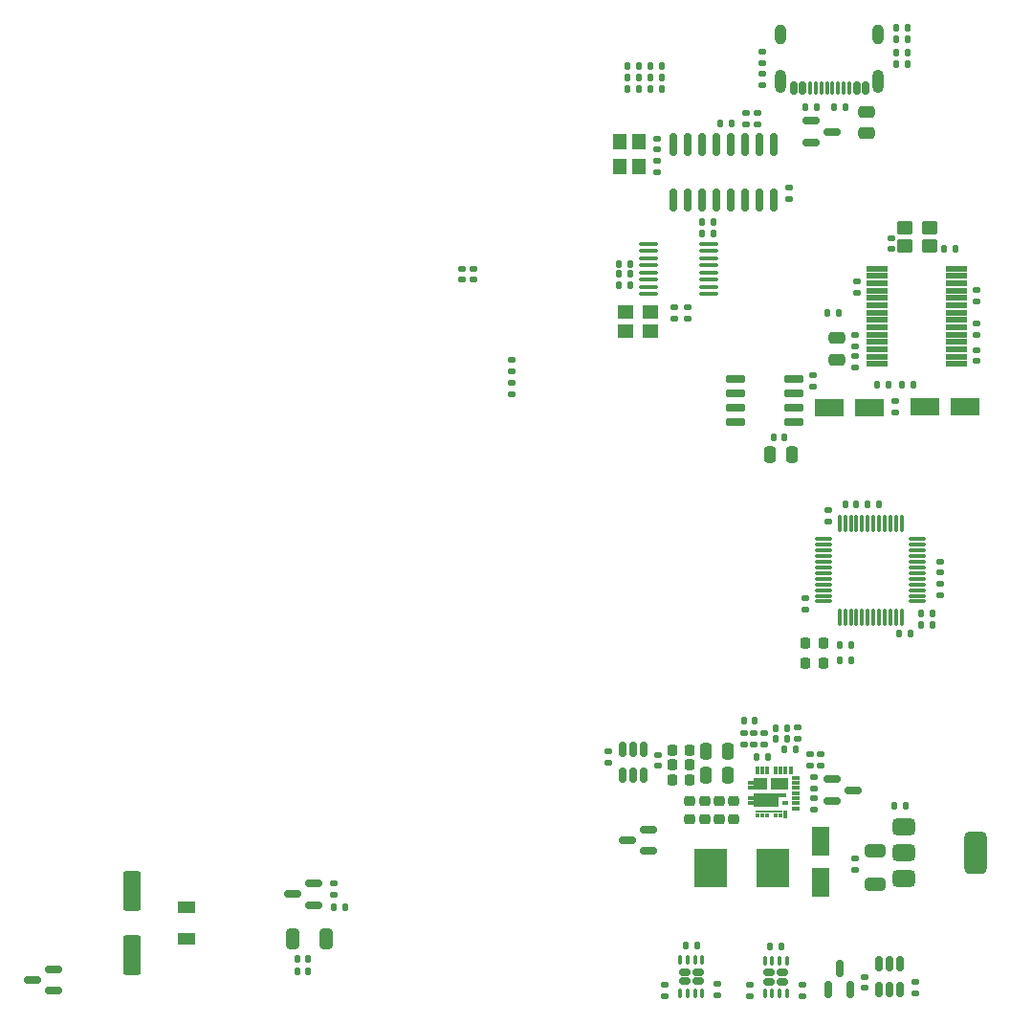
<source format=gbr>
%TF.GenerationSoftware,KiCad,Pcbnew,8.0.4*%
%TF.CreationDate,2025-02-22T00:29:03+01:00*%
%TF.ProjectId,OrangePie,4f72616e-6765-4506-9965-2e6b69636164,1.0.0*%
%TF.SameCoordinates,Original*%
%TF.FileFunction,Paste,Top*%
%TF.FilePolarity,Positive*%
%FSLAX46Y46*%
G04 Gerber Fmt 4.6, Leading zero omitted, Abs format (unit mm)*
G04 Created by KiCad (PCBNEW 8.0.4) date 2025-02-22 00:29:03*
%MOMM*%
%LPD*%
G01*
G04 APERTURE LIST*
G04 Aperture macros list*
%AMRoundRect*
0 Rectangle with rounded corners*
0 $1 Rounding radius*
0 $2 $3 $4 $5 $6 $7 $8 $9 X,Y pos of 4 corners*
0 Add a 4 corners polygon primitive as box body*
4,1,4,$2,$3,$4,$5,$6,$7,$8,$9,$2,$3,0*
0 Add four circle primitives for the rounded corners*
1,1,$1+$1,$2,$3*
1,1,$1+$1,$4,$5*
1,1,$1+$1,$6,$7*
1,1,$1+$1,$8,$9*
0 Add four rect primitives between the rounded corners*
20,1,$1+$1,$2,$3,$4,$5,0*
20,1,$1+$1,$4,$5,$6,$7,0*
20,1,$1+$1,$6,$7,$8,$9,0*
20,1,$1+$1,$8,$9,$2,$3,0*%
G04 Aperture macros list end*
%ADD10RoundRect,0.140000X-0.170000X0.140000X-0.170000X-0.140000X0.170000X-0.140000X0.170000X0.140000X0*%
%ADD11RoundRect,0.140000X-0.140000X-0.170000X0.140000X-0.170000X0.140000X0.170000X-0.140000X0.170000X0*%
%ADD12RoundRect,0.140000X0.170000X-0.140000X0.170000X0.140000X-0.170000X0.140000X-0.170000X-0.140000X0*%
%ADD13RoundRect,0.225000X0.250000X-0.225000X0.250000X0.225000X-0.250000X0.225000X-0.250000X-0.225000X0*%
%ADD14RoundRect,0.250000X0.450000X0.350000X-0.450000X0.350000X-0.450000X-0.350000X0.450000X-0.350000X0*%
%ADD15RoundRect,0.140000X0.140000X0.170000X-0.140000X0.170000X-0.140000X-0.170000X0.140000X-0.170000X0*%
%ADD16RoundRect,0.150000X0.150000X-0.587500X0.150000X0.587500X-0.150000X0.587500X-0.150000X-0.587500X0*%
%ADD17RoundRect,0.160000X-0.325000X0.160000X-0.325000X-0.160000X0.325000X-0.160000X0.325000X0.160000X0*%
%ADD18RoundRect,0.075000X-0.075000X0.350000X-0.075000X-0.350000X0.075000X-0.350000X0.075000X0.350000X0*%
%ADD19RoundRect,0.150000X0.150000X-0.512500X0.150000X0.512500X-0.150000X0.512500X-0.150000X-0.512500X0*%
%ADD20R,1.200000X1.400000*%
%ADD21RoundRect,0.220000X0.220000X0.255000X-0.220000X0.255000X-0.220000X-0.255000X0.220000X-0.255000X0*%
%ADD22RoundRect,0.225000X-0.225000X-0.250000X0.225000X-0.250000X0.225000X0.250000X-0.225000X0.250000X0*%
%ADD23RoundRect,0.060000X-0.890000X-0.180000X0.890000X-0.180000X0.890000X0.180000X-0.890000X0.180000X0*%
%ADD24RoundRect,0.150000X-0.590000X-0.150000X0.590000X-0.150000X0.590000X0.150000X-0.590000X0.150000X0*%
%ADD25RoundRect,0.150000X0.587500X0.150000X-0.587500X0.150000X-0.587500X-0.150000X0.587500X-0.150000X0*%
%ADD26RoundRect,0.135000X0.185000X-0.135000X0.185000X0.135000X-0.185000X0.135000X-0.185000X-0.135000X0*%
%ADD27RoundRect,0.150000X-0.150000X0.512500X-0.150000X-0.512500X0.150000X-0.512500X0.150000X0.512500X0*%
%ADD28RoundRect,0.250000X0.550000X-1.500000X0.550000X1.500000X-0.550000X1.500000X-0.550000X-1.500000X0*%
%ADD29RoundRect,0.250000X0.475000X-0.250000X0.475000X0.250000X-0.475000X0.250000X-0.475000X-0.250000X0*%
%ADD30RoundRect,0.150000X-0.150000X0.825000X-0.150000X-0.825000X0.150000X-0.825000X0.150000X0.825000X0*%
%ADD31RoundRect,0.250000X0.550000X-1.050000X0.550000X1.050000X-0.550000X1.050000X-0.550000X-1.050000X0*%
%ADD32RoundRect,0.250000X0.250000X0.475000X-0.250000X0.475000X-0.250000X-0.475000X0.250000X-0.475000X0*%
%ADD33R,0.550000X0.300000*%
%ADD34R,0.300000X0.450000*%
%ADD35R,2.350000X0.280000*%
%ADD36R,0.300000X0.730000*%
%ADD37R,0.725000X0.300000*%
%ADD38R,0.300000X0.725000*%
%ADD39R,1.575000X1.050000*%
%ADD40R,1.150000X1.050000*%
%ADD41R,2.175000X1.200000*%
%ADD42R,0.650000X0.455000*%
%ADD43R,0.580000X0.380000*%
%ADD44RoundRect,0.075000X0.662500X0.075000X-0.662500X0.075000X-0.662500X-0.075000X0.662500X-0.075000X0*%
%ADD45RoundRect,0.075000X0.075000X0.662500X-0.075000X0.662500X-0.075000X-0.662500X0.075000X-0.662500X0*%
%ADD46RoundRect,0.250000X0.550000X-0.300000X0.550000X0.300000X-0.550000X0.300000X-0.550000X-0.300000X0*%
%ADD47RoundRect,0.150000X-0.587500X-0.150000X0.587500X-0.150000X0.587500X0.150000X-0.587500X0.150000X0*%
%ADD48RoundRect,0.135000X0.135000X0.185000X-0.135000X0.185000X-0.135000X-0.185000X0.135000X-0.185000X0*%
%ADD49RoundRect,0.250000X0.650000X-0.325000X0.650000X0.325000X-0.650000X0.325000X-0.650000X-0.325000X0*%
%ADD50RoundRect,0.250000X1.050000X0.550000X-1.050000X0.550000X-1.050000X-0.550000X1.050000X-0.550000X0*%
%ADD51R,2.950000X3.500000*%
%ADD52RoundRect,0.250000X-0.325000X-0.650000X0.325000X-0.650000X0.325000X0.650000X-0.325000X0.650000X0*%
%ADD53RoundRect,0.250000X-0.250000X-0.475000X0.250000X-0.475000X0.250000X0.475000X-0.250000X0.475000X0*%
%ADD54RoundRect,0.150000X0.725000X0.150000X-0.725000X0.150000X-0.725000X-0.150000X0.725000X-0.150000X0*%
%ADD55RoundRect,0.150000X0.150000X0.425000X-0.150000X0.425000X-0.150000X-0.425000X0.150000X-0.425000X0*%
%ADD56RoundRect,0.075000X0.075000X0.500000X-0.075000X0.500000X-0.075000X-0.500000X0.075000X-0.500000X0*%
%ADD57O,1.000000X2.100000*%
%ADD58O,1.000000X1.800000*%
%ADD59R,1.400000X1.200000*%
%ADD60RoundRect,0.250000X-0.475000X0.250000X-0.475000X-0.250000X0.475000X-0.250000X0.475000X0.250000X0*%
%ADD61RoundRect,0.375000X-0.625000X-0.375000X0.625000X-0.375000X0.625000X0.375000X-0.625000X0.375000X0*%
%ADD62RoundRect,0.500000X-0.500000X-1.400000X0.500000X-1.400000X0.500000X1.400000X-0.500000X1.400000X0*%
%ADD63RoundRect,0.100000X0.712500X0.100000X-0.712500X0.100000X-0.712500X-0.100000X0.712500X-0.100000X0*%
G04 APERTURE END LIST*
D10*
%TO.C,R45*%
X80800000Y-61900000D03*
X80800000Y-62900000D03*
%TD*%
%TO.C,R44*%
X81800000Y-61900000D03*
X81800000Y-62900000D03*
%TD*%
D11*
%TO.C,R43*%
X102100000Y-57800000D03*
X103100000Y-57800000D03*
%TD*%
%TO.C,R42*%
X102100000Y-58800000D03*
X103100000Y-58800000D03*
%TD*%
D12*
%TO.C,R15*%
X99600000Y-66300000D03*
X99600000Y-65300000D03*
%TD*%
%TO.C,R14*%
X100800000Y-66300000D03*
X100800000Y-65300000D03*
%TD*%
%TO.C,R32*%
X106675000Y-103975000D03*
X106675000Y-102975000D03*
%TD*%
D13*
%TO.C,C12*%
X103600000Y-110600000D03*
X103600000Y-109040000D03*
%TD*%
D10*
%TO.C,R26*%
X69487500Y-116300000D03*
X69487500Y-117300000D03*
%TD*%
D12*
%TO.C,R21*%
X106000000Y-49140000D03*
X106000000Y-48140000D03*
%TD*%
D14*
%TO.C,X1*%
X122250000Y-58325000D03*
X120050000Y-58325000D03*
X120050000Y-59925000D03*
X122250000Y-59925000D03*
%TD*%
D12*
%TO.C,R5*%
X107400000Y-45700000D03*
X107400000Y-44700000D03*
%TD*%
D10*
%TO.C,C27*%
X116469602Y-124602500D03*
X116469602Y-125562500D03*
%TD*%
%TO.C,R33*%
X107400000Y-42700000D03*
X107400000Y-43700000D03*
%TD*%
D11*
%TO.C,R36*%
X108575000Y-102575000D03*
X109575000Y-102575000D03*
%TD*%
D12*
%TO.C,C25*%
X123200000Y-88790000D03*
X123200000Y-87830000D03*
%TD*%
D15*
%TO.C,C16*%
X96500000Y-46000000D03*
X95500000Y-46000000D03*
%TD*%
D11*
%TO.C,R19*%
X113200000Y-65800000D03*
X114200000Y-65800000D03*
%TD*%
D10*
%TO.C,C34*%
X126350000Y-63832200D03*
X126350000Y-64832200D03*
%TD*%
%TO.C,R22*%
X115777641Y-63016489D03*
X115777641Y-64016489D03*
%TD*%
D16*
%TO.C,Q1*%
X113286128Y-125700000D03*
X115186128Y-125700000D03*
X114236128Y-123825000D03*
%TD*%
D17*
%TO.C,U7*%
X101725000Y-124150000D03*
X100525000Y-124150000D03*
X101725000Y-124950000D03*
X100525000Y-124950000D03*
D18*
X102100000Y-123100000D03*
X101450000Y-123100000D03*
X100800000Y-123100000D03*
X100150000Y-123100000D03*
X100150000Y-126000000D03*
X100800000Y-126000000D03*
X101450000Y-126000000D03*
X102100000Y-126000000D03*
%TD*%
D10*
%TO.C,C18*%
X113250000Y-83262500D03*
X113250000Y-84262500D03*
%TD*%
D11*
%TO.C,R30*%
X111200000Y-47600000D03*
X112200000Y-47600000D03*
%TD*%
D19*
%TO.C,U5*%
X117736128Y-125657500D03*
X118686128Y-125657500D03*
X119636128Y-125657500D03*
X119636128Y-123382500D03*
X118686128Y-123382500D03*
X117736128Y-123382500D03*
%TD*%
D12*
%TO.C,R12*%
X93800000Y-105600000D03*
X93800000Y-104600000D03*
%TD*%
D10*
%TO.C,R13*%
X120936128Y-125000000D03*
X120936128Y-126000000D03*
%TD*%
D12*
%TO.C,R40*%
X85200000Y-73000000D03*
X85200000Y-72000000D03*
%TD*%
D20*
%TO.C,Y2*%
X94770000Y-50690000D03*
X94770000Y-52890000D03*
X96470000Y-52890000D03*
X96470000Y-50690000D03*
%TD*%
D11*
%TO.C,R27*%
X119300000Y-42800000D03*
X120300000Y-42800000D03*
%TD*%
D12*
%TO.C,C59*%
X115650000Y-115100000D03*
X115650000Y-114100000D03*
%TD*%
D21*
%TO.C,D3*%
X112800000Y-96800000D03*
X111220000Y-96800000D03*
%TD*%
D15*
%TO.C,C36*%
X109400000Y-76800000D03*
X108400000Y-76800000D03*
%TD*%
D22*
%TO.C,C62*%
X99420000Y-105825000D03*
X100980000Y-105825000D03*
%TD*%
D15*
%TO.C,R4*%
X109575000Y-103475000D03*
X108575000Y-103475000D03*
%TD*%
D23*
%TO.C,U9*%
X117600000Y-61900000D03*
X117600000Y-62550000D03*
X117600000Y-63200000D03*
X117600000Y-63850000D03*
X117600000Y-64500000D03*
X117600000Y-65150000D03*
X117600000Y-65800000D03*
X117600000Y-66450000D03*
X117600000Y-67100000D03*
X117600000Y-67750000D03*
X117600000Y-68400000D03*
X117600000Y-69050000D03*
X117600000Y-69700000D03*
X117600000Y-70350000D03*
X124610000Y-70350000D03*
X124610000Y-69700000D03*
X124610000Y-69050000D03*
X124610000Y-68400000D03*
X124610000Y-67750000D03*
X124610000Y-67100000D03*
X124610000Y-66450000D03*
X124610000Y-65800000D03*
X124610000Y-65150000D03*
X124610000Y-64500000D03*
X124610000Y-63850000D03*
X124610000Y-63200000D03*
X124610000Y-62550000D03*
X124610000Y-61900000D03*
%TD*%
D10*
%TO.C,R1*%
X107575000Y-102975000D03*
X107575000Y-103975000D03*
%TD*%
D15*
%TO.C,C7*%
X107900000Y-105075000D03*
X106900000Y-105075000D03*
%TD*%
D11*
%TO.C,R39*%
X95500000Y-45000000D03*
X96500000Y-45000000D03*
%TD*%
D24*
%TO.C,Q5*%
X113600000Y-107100000D03*
X113600000Y-109000000D03*
X115480000Y-108050000D03*
%TD*%
D25*
%TO.C,Q4*%
X67737500Y-118200000D03*
X67737500Y-116300000D03*
X65862500Y-117250000D03*
%TD*%
D10*
%TO.C,R6*%
X112000000Y-106875000D03*
X112000000Y-107875000D03*
%TD*%
D11*
%TO.C,R16*%
X117600000Y-72160000D03*
X118600000Y-72160000D03*
%TD*%
D15*
%TO.C,C28*%
X101625000Y-121828183D03*
X100625000Y-121828183D03*
%TD*%
D26*
%TO.C,R9*%
X123200000Y-90810000D03*
X123200000Y-89790000D03*
%TD*%
D27*
%TO.C,U4*%
X96925000Y-104425000D03*
X95975000Y-104425000D03*
X95025000Y-104425000D03*
X95025000Y-106700000D03*
X95975000Y-106700000D03*
X96925000Y-106700000D03*
%TD*%
D12*
%TO.C,R18*%
X119200000Y-74660000D03*
X119200000Y-73660000D03*
%TD*%
%TO.C,C22*%
X111250000Y-92050000D03*
X111250000Y-91050000D03*
%TD*%
D28*
%TO.C,C50*%
X51650000Y-122600000D03*
X51650000Y-117000000D03*
%TD*%
D13*
%TO.C,C13*%
X102300000Y-110600000D03*
X102300000Y-109040000D03*
%TD*%
D15*
%TO.C,C19*%
X115750000Y-82762500D03*
X114750000Y-82762500D03*
%TD*%
%TO.C,C52*%
X104700000Y-49040000D03*
X103700000Y-49040000D03*
%TD*%
D12*
%TO.C,C14*%
X110575000Y-103475000D03*
X110575000Y-102475000D03*
%TD*%
D10*
%TO.C,R3*%
X111675000Y-104875000D03*
X111675000Y-105875000D03*
%TD*%
D11*
%TO.C,R24*%
X66225000Y-122950000D03*
X67225000Y-122950000D03*
%TD*%
D15*
%TO.C,C30*%
X109100000Y-121880900D03*
X108100000Y-121880900D03*
%TD*%
D12*
%TO.C,R41*%
X85200000Y-71000000D03*
X85200000Y-70000000D03*
%TD*%
%TO.C,C44*%
X118800000Y-60200000D03*
X118800000Y-59200000D03*
%TD*%
%TO.C,C29*%
X98800000Y-126300000D03*
X98800000Y-125300000D03*
%TD*%
D10*
%TO.C,C35*%
X115600000Y-69660000D03*
X115600000Y-70660000D03*
%TD*%
D29*
%TO.C,C33*%
X114000000Y-69950000D03*
X114000000Y-68050000D03*
%TD*%
D12*
%TO.C,R35*%
X103400000Y-126200000D03*
X103400000Y-125200000D03*
%TD*%
D11*
%TO.C,R23*%
X66225000Y-124100000D03*
X67225000Y-124100000D03*
%TD*%
D25*
%TO.C,Q2*%
X97312500Y-113450000D03*
X97312500Y-111550000D03*
X95437500Y-112500000D03*
%TD*%
D30*
%TO.C,U11*%
X108420000Y-50890000D03*
X107150000Y-50890000D03*
X105880000Y-50890000D03*
X104610000Y-50890000D03*
X103340000Y-50890000D03*
X102070000Y-50890000D03*
X100800000Y-50890000D03*
X99530000Y-50890000D03*
X99530000Y-55840000D03*
X100800000Y-55840000D03*
X102070000Y-55840000D03*
X103340000Y-55840000D03*
X104610000Y-55840000D03*
X105880000Y-55840000D03*
X107150000Y-55840000D03*
X108420000Y-55840000D03*
%TD*%
D11*
%TO.C,C20*%
X116750000Y-82762500D03*
X117750000Y-82762500D03*
%TD*%
D15*
%TO.C,R29*%
X114800000Y-47600000D03*
X113800000Y-47600000D03*
%TD*%
D31*
%TO.C,C1*%
X112600000Y-116200000D03*
X112600000Y-112600000D03*
%TD*%
D32*
%TO.C,C57*%
X104350000Y-104600000D03*
X102450000Y-104600000D03*
%TD*%
D33*
%TO.C,U2*%
X106425000Y-107400000D03*
X106425000Y-107850000D03*
X106425000Y-108750000D03*
X106425000Y-109200000D03*
D34*
X106975000Y-110300000D03*
X107425000Y-110300000D03*
X107875000Y-110300000D03*
X108575000Y-110300000D03*
X109025000Y-110300000D03*
D35*
X108000000Y-109935000D03*
D36*
X109475000Y-110160000D03*
D37*
X110387500Y-109650000D03*
X110387500Y-109200000D03*
X110387500Y-108750000D03*
X110387500Y-108300000D03*
X110387500Y-107850000D03*
X110387500Y-107400000D03*
X110387500Y-106950000D03*
D38*
X109925000Y-106287500D03*
X109475000Y-106287500D03*
X109025000Y-106287500D03*
X108575000Y-106287500D03*
X107875000Y-106287500D03*
X107425000Y-106287500D03*
X106975000Y-106287500D03*
D39*
X108937500Y-107475000D03*
D40*
X107275000Y-107475000D03*
D41*
X107787500Y-108900000D03*
D42*
X109200000Y-108527500D03*
D43*
X109435000Y-109215000D03*
%TD*%
D25*
%TO.C,U14*%
X44675000Y-125800000D03*
X44675000Y-123900000D03*
X42800000Y-124850000D03*
%TD*%
D10*
%TO.C,C53*%
X98070000Y-52410000D03*
X98070000Y-53370000D03*
%TD*%
D11*
%TO.C,C23*%
X121500000Y-93400000D03*
X122500000Y-93400000D03*
%TD*%
D17*
%TO.C,U6*%
X109200000Y-124193400D03*
X108000000Y-124193400D03*
X109200000Y-124993400D03*
X108000000Y-124993400D03*
D18*
X109575000Y-123143400D03*
X108925000Y-123143400D03*
X108275000Y-123143400D03*
X107625000Y-123143400D03*
X107625000Y-126043400D03*
X108275000Y-126043400D03*
X108925000Y-126043400D03*
X109575000Y-126043400D03*
%TD*%
D12*
%TO.C,C31*%
X106343270Y-126300000D03*
X106343270Y-125300000D03*
%TD*%
D32*
%TO.C,C10*%
X104350000Y-106725000D03*
X102450000Y-106725000D03*
%TD*%
D11*
%TO.C,C24*%
X121500000Y-92400000D03*
X122500000Y-92400000D03*
%TD*%
D12*
%TO.C,C38*%
X126350000Y-70100000D03*
X126350000Y-69100000D03*
%TD*%
D15*
%TO.C,C60*%
X98500000Y-46000000D03*
X97500000Y-46000000D03*
%TD*%
D11*
%TO.C,R7*%
X109400000Y-104475000D03*
X110400000Y-104475000D03*
%TD*%
D21*
%TO.C,D1*%
X112800000Y-95000000D03*
X111220000Y-95000000D03*
%TD*%
D12*
%TO.C,C15*%
X112000000Y-109772000D03*
X112000000Y-108772000D03*
%TD*%
D15*
%TO.C,C17*%
X120100000Y-109400000D03*
X119100000Y-109400000D03*
%TD*%
%TO.C,C43*%
X124495000Y-60125000D03*
X123495000Y-60125000D03*
%TD*%
D22*
%TO.C,C61*%
X99420000Y-104525000D03*
X100980000Y-104525000D03*
%TD*%
D10*
%TO.C,C42*%
X111925000Y-71360000D03*
X111925000Y-72360000D03*
%TD*%
D15*
%TO.C,R25*%
X70487500Y-118400000D03*
X69487500Y-118400000D03*
%TD*%
D44*
%TO.C,U3*%
X121162500Y-91350000D03*
X121162500Y-90850000D03*
X121162500Y-90350000D03*
X121162500Y-89850000D03*
X121162500Y-89350000D03*
X121162500Y-88850000D03*
X121162500Y-88350000D03*
X121162500Y-87850000D03*
X121162500Y-87350000D03*
X121162500Y-86850000D03*
X121162500Y-86350000D03*
X121162500Y-85850000D03*
D45*
X119750000Y-84437500D03*
X119250000Y-84437500D03*
X118750000Y-84437500D03*
X118250000Y-84437500D03*
X117750000Y-84437500D03*
X117250000Y-84437500D03*
X116750000Y-84437500D03*
X116250000Y-84437500D03*
X115750000Y-84437500D03*
X115250000Y-84437500D03*
X114750000Y-84437500D03*
X114250000Y-84437500D03*
D44*
X112837500Y-85850000D03*
X112837500Y-86350000D03*
X112837500Y-86850000D03*
X112837500Y-87350000D03*
X112837500Y-87850000D03*
X112837500Y-88350000D03*
X112837500Y-88850000D03*
X112837500Y-89350000D03*
X112837500Y-89850000D03*
X112837500Y-90350000D03*
X112837500Y-90850000D03*
X112837500Y-91350000D03*
D45*
X114250000Y-92762500D03*
X114750000Y-92762500D03*
X115250000Y-92762500D03*
X115750000Y-92762500D03*
X116250000Y-92762500D03*
X116750000Y-92762500D03*
X117250000Y-92762500D03*
X117750000Y-92762500D03*
X118250000Y-92762500D03*
X118750000Y-92762500D03*
X119250000Y-92762500D03*
X119750000Y-92762500D03*
%TD*%
D46*
%TO.C,D4*%
X56450000Y-121200000D03*
X56450000Y-118400000D03*
%TD*%
D47*
%TO.C,U1*%
X111725000Y-48850000D03*
X111725000Y-50750000D03*
X113600000Y-49800000D03*
%TD*%
D15*
%TO.C,C47*%
X95700000Y-61500000D03*
X94700000Y-61500000D03*
%TD*%
D10*
%TO.C,C32*%
X115600000Y-67810000D03*
X115600000Y-68810000D03*
%TD*%
D48*
%TO.C,R11*%
X115280000Y-96600000D03*
X114260000Y-96600000D03*
%TD*%
D49*
%TO.C,C6*%
X117400000Y-116360000D03*
X117400000Y-113400000D03*
%TD*%
D12*
%TO.C,R2*%
X112575000Y-105875000D03*
X112575000Y-104875000D03*
%TD*%
D50*
%TO.C,C2*%
X116905000Y-74210000D03*
X113305000Y-74210000D03*
%TD*%
D11*
%TO.C,R31*%
X119300000Y-40600000D03*
X120300000Y-40600000D03*
%TD*%
D15*
%TO.C,C9*%
X106775000Y-101875000D03*
X105775000Y-101875000D03*
%TD*%
D51*
%TO.C,L2*%
X108325000Y-114900000D03*
X102875000Y-114900000D03*
%TD*%
D15*
%TO.C,C45*%
X95700000Y-63400000D03*
X94700000Y-63400000D03*
%TD*%
D11*
%TO.C,C55*%
X119300000Y-41600000D03*
X120300000Y-41600000D03*
%TD*%
D52*
%TO.C,C49*%
X65820000Y-121200000D03*
X68780000Y-121200000D03*
%TD*%
D53*
%TO.C,C37*%
X108100000Y-78400000D03*
X110000000Y-78400000D03*
%TD*%
D54*
%TO.C,U8*%
X110175000Y-75505000D03*
X110175000Y-74235000D03*
X110175000Y-72965000D03*
X110175000Y-71695000D03*
X105025000Y-71695000D03*
X105025000Y-72965000D03*
X105025000Y-74235000D03*
X105025000Y-75505000D03*
%TD*%
D12*
%TO.C,C51*%
X109800000Y-55740000D03*
X109800000Y-54740000D03*
%TD*%
D55*
%TO.C,J5*%
X116578401Y-45955997D03*
X115778401Y-45955997D03*
D56*
X114628401Y-45955997D03*
X113628401Y-45955997D03*
X113128401Y-45955997D03*
X112128401Y-45955997D03*
D55*
X110978401Y-45955997D03*
X110178401Y-45955997D03*
X110178401Y-45955997D03*
X110978401Y-45955997D03*
D56*
X111628401Y-45955997D03*
X112628401Y-45955997D03*
X114128401Y-45955997D03*
X115128401Y-45955997D03*
D55*
X115778401Y-45955997D03*
X116578401Y-45955997D03*
D57*
X117698401Y-45380997D03*
D58*
X117698401Y-41200997D03*
D57*
X109058401Y-45380997D03*
D58*
X109058401Y-41200997D03*
%TD*%
D50*
%TO.C,C41*%
X125400000Y-74160000D03*
X121800000Y-74160000D03*
%TD*%
D13*
%TO.C,C8*%
X104900000Y-110600000D03*
X104900000Y-109040000D03*
%TD*%
D59*
%TO.C,Y1*%
X97500000Y-65750000D03*
X95300000Y-65750000D03*
X95300000Y-67450000D03*
X97500000Y-67450000D03*
%TD*%
D12*
%TO.C,C11*%
X105775000Y-103975000D03*
X105775000Y-102975000D03*
%TD*%
D15*
%TO.C,C46*%
X95700000Y-62400000D03*
X94700000Y-62400000D03*
%TD*%
%TO.C,C21*%
X120500000Y-94200000D03*
X119500000Y-94200000D03*
%TD*%
D13*
%TO.C,C58*%
X101000000Y-110600000D03*
X101000000Y-109040000D03*
%TD*%
D60*
%TO.C,C56*%
X116600000Y-48050000D03*
X116600000Y-49950000D03*
%TD*%
D22*
%TO.C,C63*%
X99420000Y-107125000D03*
X100980000Y-107125000D03*
%TD*%
D12*
%TO.C,C54*%
X98070000Y-51370000D03*
X98070000Y-50410000D03*
%TD*%
D10*
%TO.C,C39*%
X126350000Y-66800000D03*
X126350000Y-67800000D03*
%TD*%
D61*
%TO.C,U13*%
X119950000Y-111300000D03*
X119950000Y-113600000D03*
D62*
X126250000Y-113600000D03*
D61*
X119950000Y-115900000D03*
%TD*%
D11*
%TO.C,R37*%
X95500000Y-44000000D03*
X96500000Y-44000000D03*
%TD*%
D48*
%TO.C,R10*%
X115270000Y-95200000D03*
X114250000Y-95200000D03*
%TD*%
D15*
%TO.C,R17*%
X120800000Y-72160000D03*
X119800000Y-72160000D03*
%TD*%
D63*
%TO.C,U10*%
X102637500Y-64172500D03*
X102637500Y-63537500D03*
X102637500Y-62902500D03*
X102637500Y-62267500D03*
X102637500Y-61632500D03*
X102637500Y-60997500D03*
X102637500Y-60362500D03*
X102637500Y-59727500D03*
X97362500Y-59727500D03*
X97362500Y-60362500D03*
X97362500Y-60997500D03*
X97362500Y-61632500D03*
X97362500Y-62267500D03*
X97362500Y-62902500D03*
X97362500Y-63537500D03*
X97362500Y-64172500D03*
%TD*%
D12*
%TO.C,R20*%
X107000000Y-49140000D03*
X107000000Y-48140000D03*
%TD*%
D11*
%TO.C,R28*%
X119300000Y-43800000D03*
X120300000Y-43800000D03*
%TD*%
D12*
%TO.C,R34*%
X110972600Y-126272800D03*
X110972600Y-125272800D03*
%TD*%
D11*
%TO.C,R8*%
X97500000Y-44000000D03*
X98500000Y-44000000D03*
%TD*%
D15*
%TO.C,R38*%
X98500000Y-45000000D03*
X97500000Y-45000000D03*
%TD*%
D12*
%TO.C,C26*%
X98175000Y-105900000D03*
X98175000Y-104940000D03*
%TD*%
M02*

</source>
